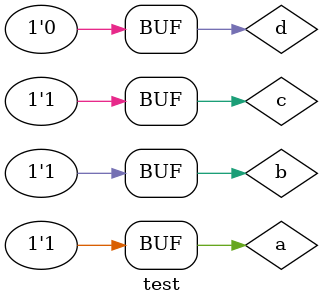
<source format=v>
module and_gate(A,B,C);
    input A,B;
    output C;
    and(C,A,B);
endmodule
module test();
    reg a,b,c,d;
    wire C1,C2,Y;
    and_gate first(a,b,C1);
    and_gate second(c,d,C2);
    and_gate final(C1,C2,Y);
    initial begin
        $display("ABCDY");$monitor(a,b,c,d,Y);
        a=1'b1;b=1'b1;c=1'b1;d=1'b1;
        #2
        a=1'b1;b=1'b1;c=1'b1;d=1'b0;
    end
endmodule
</source>
